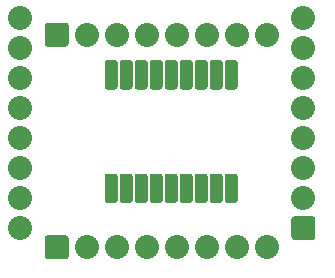
<source format=gbs>
%TF.GenerationSoftware,KiCad,Pcbnew,5.1.10*%
%TF.CreationDate,2021-11-10T14:40:26-05:00*%
%TF.ProjectId,panel_8x8_32mm,70616e65-6c5f-4387-9838-5f33326d6d2e,rev?*%
%TF.SameCoordinates,Original*%
%TF.FileFunction,Soldermask,Bot*%
%TF.FilePolarity,Negative*%
%FSLAX46Y46*%
G04 Gerber Fmt 4.6, Leading zero omitted, Abs format (unit mm)*
G04 Created by KiCad (PCBNEW 5.1.10) date 2021-11-10 14:40:26*
%MOMM*%
%LPD*%
G01*
G04 APERTURE LIST*
%ADD10C,2.032000*%
G04 APERTURE END LIST*
D10*
%TO.C,MATRIX1*%
X104000300Y-75105260D03*
X104000300Y-77645260D03*
X104000300Y-80185260D03*
X104000300Y-82725260D03*
X104000300Y-85265260D03*
X104000300Y-87805260D03*
X104000300Y-90345260D03*
X104000300Y-92885260D03*
G36*
G01*
X126984760Y-93647260D02*
X126984760Y-92123260D01*
G75*
G02*
X127238760Y-91869260I254000J0D01*
G01*
X128762760Y-91869260D01*
G75*
G02*
X129016760Y-92123260I0J-254000D01*
G01*
X129016760Y-93647260D01*
G75*
G02*
X128762760Y-93901260I-254000J0D01*
G01*
X127238760Y-93901260D01*
G75*
G02*
X126984760Y-93647260I0J254000D01*
G01*
G37*
X128000760Y-90345260D03*
X128000760Y-87805260D03*
X128000760Y-85265260D03*
X128000760Y-82725260D03*
X128000760Y-80185260D03*
X128000760Y-77645260D03*
X128000760Y-75105260D03*
%TD*%
%TO.C,P1*%
G36*
G01*
X106093260Y-77261720D02*
X106093260Y-75737720D01*
G75*
G02*
X106347260Y-75483720I254000J0D01*
G01*
X107871260Y-75483720D01*
G75*
G02*
X108125260Y-75737720I0J-254000D01*
G01*
X108125260Y-77261720D01*
G75*
G02*
X107871260Y-77515720I-254000J0D01*
G01*
X106347260Y-77515720D01*
G75*
G02*
X106093260Y-77261720I0J254000D01*
G01*
G37*
X109649260Y-76499720D03*
X112189260Y-76499720D03*
X114729260Y-76499720D03*
X117269260Y-76499720D03*
X119809260Y-76499720D03*
X122349260Y-76499720D03*
X124889260Y-76499720D03*
%TD*%
%TO.C,P2*%
G36*
G01*
X106093260Y-95262700D02*
X106093260Y-93738700D01*
G75*
G02*
X106347260Y-93484700I254000J0D01*
G01*
X107871260Y-93484700D01*
G75*
G02*
X108125260Y-93738700I0J-254000D01*
G01*
X108125260Y-95262700D01*
G75*
G02*
X107871260Y-95516700I-254000J0D01*
G01*
X106347260Y-95516700D01*
G75*
G02*
X106093260Y-95262700I0J254000D01*
G01*
G37*
X109649260Y-94500700D03*
X112189260Y-94500700D03*
X114729260Y-94500700D03*
X117269260Y-94500700D03*
X119809260Y-94500700D03*
X122349260Y-94500700D03*
X124889260Y-94500700D03*
%TD*%
%TO.C,U1*%
G36*
G01*
X122433080Y-88510110D02*
X122433080Y-90509090D01*
G75*
G02*
X122179080Y-90763090I-254000J0D01*
G01*
X121579640Y-90763090D01*
G75*
G02*
X121325640Y-90509090I0J254000D01*
G01*
X121325640Y-88510110D01*
G75*
G02*
X121579640Y-88256110I254000J0D01*
G01*
X122179080Y-88256110D01*
G75*
G02*
X122433080Y-88510110I0J-254000D01*
G01*
G37*
G36*
G01*
X121163080Y-88510110D02*
X121163080Y-90509090D01*
G75*
G02*
X120909080Y-90763090I-254000J0D01*
G01*
X120309640Y-90763090D01*
G75*
G02*
X120055640Y-90509090I0J254000D01*
G01*
X120055640Y-88510110D01*
G75*
G02*
X120309640Y-88256110I254000J0D01*
G01*
X120909080Y-88256110D01*
G75*
G02*
X121163080Y-88510110I0J-254000D01*
G01*
G37*
G36*
G01*
X119893080Y-88510110D02*
X119893080Y-90509090D01*
G75*
G02*
X119639080Y-90763090I-254000J0D01*
G01*
X119039640Y-90763090D01*
G75*
G02*
X118785640Y-90509090I0J254000D01*
G01*
X118785640Y-88510110D01*
G75*
G02*
X119039640Y-88256110I254000J0D01*
G01*
X119639080Y-88256110D01*
G75*
G02*
X119893080Y-88510110I0J-254000D01*
G01*
G37*
G36*
G01*
X118623080Y-88510110D02*
X118623080Y-90509090D01*
G75*
G02*
X118369080Y-90763090I-254000J0D01*
G01*
X117769640Y-90763090D01*
G75*
G02*
X117515640Y-90509090I0J254000D01*
G01*
X117515640Y-88510110D01*
G75*
G02*
X117769640Y-88256110I254000J0D01*
G01*
X118369080Y-88256110D01*
G75*
G02*
X118623080Y-88510110I0J-254000D01*
G01*
G37*
G36*
G01*
X117353080Y-88510110D02*
X117353080Y-90509090D01*
G75*
G02*
X117099080Y-90763090I-254000J0D01*
G01*
X116499640Y-90763090D01*
G75*
G02*
X116245640Y-90509090I0J254000D01*
G01*
X116245640Y-88510110D01*
G75*
G02*
X116499640Y-88256110I254000J0D01*
G01*
X117099080Y-88256110D01*
G75*
G02*
X117353080Y-88510110I0J-254000D01*
G01*
G37*
G36*
G01*
X116083080Y-88510110D02*
X116083080Y-90509090D01*
G75*
G02*
X115829080Y-90763090I-254000J0D01*
G01*
X115229640Y-90763090D01*
G75*
G02*
X114975640Y-90509090I0J254000D01*
G01*
X114975640Y-88510110D01*
G75*
G02*
X115229640Y-88256110I254000J0D01*
G01*
X115829080Y-88256110D01*
G75*
G02*
X116083080Y-88510110I0J-254000D01*
G01*
G37*
G36*
G01*
X114813080Y-88510110D02*
X114813080Y-90509090D01*
G75*
G02*
X114559080Y-90763090I-254000J0D01*
G01*
X113959640Y-90763090D01*
G75*
G02*
X113705640Y-90509090I0J254000D01*
G01*
X113705640Y-88510110D01*
G75*
G02*
X113959640Y-88256110I254000J0D01*
G01*
X114559080Y-88256110D01*
G75*
G02*
X114813080Y-88510110I0J-254000D01*
G01*
G37*
G36*
G01*
X113543080Y-88510110D02*
X113543080Y-90509090D01*
G75*
G02*
X113289080Y-90763090I-254000J0D01*
G01*
X112689640Y-90763090D01*
G75*
G02*
X112435640Y-90509090I0J254000D01*
G01*
X112435640Y-88510110D01*
G75*
G02*
X112689640Y-88256110I254000J0D01*
G01*
X113289080Y-88256110D01*
G75*
G02*
X113543080Y-88510110I0J-254000D01*
G01*
G37*
G36*
G01*
X112273080Y-88510110D02*
X112273080Y-90509090D01*
G75*
G02*
X112019080Y-90763090I-254000J0D01*
G01*
X111419640Y-90763090D01*
G75*
G02*
X111165640Y-90509090I0J254000D01*
G01*
X111165640Y-88510110D01*
G75*
G02*
X111419640Y-88256110I254000J0D01*
G01*
X112019080Y-88256110D01*
G75*
G02*
X112273080Y-88510110I0J-254000D01*
G01*
G37*
G36*
G01*
X122433080Y-78888590D02*
X122433080Y-80887570D01*
G75*
G02*
X122179080Y-81141570I-254000J0D01*
G01*
X121579640Y-81141570D01*
G75*
G02*
X121325640Y-80887570I0J254000D01*
G01*
X121325640Y-78888590D01*
G75*
G02*
X121579640Y-78634590I254000J0D01*
G01*
X122179080Y-78634590D01*
G75*
G02*
X122433080Y-78888590I0J-254000D01*
G01*
G37*
G36*
G01*
X121163080Y-78888590D02*
X121163080Y-80887570D01*
G75*
G02*
X120909080Y-81141570I-254000J0D01*
G01*
X120309640Y-81141570D01*
G75*
G02*
X120055640Y-80887570I0J254000D01*
G01*
X120055640Y-78888590D01*
G75*
G02*
X120309640Y-78634590I254000J0D01*
G01*
X120909080Y-78634590D01*
G75*
G02*
X121163080Y-78888590I0J-254000D01*
G01*
G37*
G36*
G01*
X119893080Y-78888590D02*
X119893080Y-80887570D01*
G75*
G02*
X119639080Y-81141570I-254000J0D01*
G01*
X119039640Y-81141570D01*
G75*
G02*
X118785640Y-80887570I0J254000D01*
G01*
X118785640Y-78888590D01*
G75*
G02*
X119039640Y-78634590I254000J0D01*
G01*
X119639080Y-78634590D01*
G75*
G02*
X119893080Y-78888590I0J-254000D01*
G01*
G37*
G36*
G01*
X118623080Y-78888590D02*
X118623080Y-80887570D01*
G75*
G02*
X118369080Y-81141570I-254000J0D01*
G01*
X117769640Y-81141570D01*
G75*
G02*
X117515640Y-80887570I0J254000D01*
G01*
X117515640Y-78888590D01*
G75*
G02*
X117769640Y-78634590I254000J0D01*
G01*
X118369080Y-78634590D01*
G75*
G02*
X118623080Y-78888590I0J-254000D01*
G01*
G37*
G36*
G01*
X117353080Y-78888590D02*
X117353080Y-80887570D01*
G75*
G02*
X117099080Y-81141570I-254000J0D01*
G01*
X116499640Y-81141570D01*
G75*
G02*
X116245640Y-80887570I0J254000D01*
G01*
X116245640Y-78888590D01*
G75*
G02*
X116499640Y-78634590I254000J0D01*
G01*
X117099080Y-78634590D01*
G75*
G02*
X117353080Y-78888590I0J-254000D01*
G01*
G37*
G36*
G01*
X116083080Y-78888590D02*
X116083080Y-80887570D01*
G75*
G02*
X115829080Y-81141570I-254000J0D01*
G01*
X115229640Y-81141570D01*
G75*
G02*
X114975640Y-80887570I0J254000D01*
G01*
X114975640Y-78888590D01*
G75*
G02*
X115229640Y-78634590I254000J0D01*
G01*
X115829080Y-78634590D01*
G75*
G02*
X116083080Y-78888590I0J-254000D01*
G01*
G37*
G36*
G01*
X114813080Y-78888590D02*
X114813080Y-80887570D01*
G75*
G02*
X114559080Y-81141570I-254000J0D01*
G01*
X113959640Y-81141570D01*
G75*
G02*
X113705640Y-80887570I0J254000D01*
G01*
X113705640Y-78888590D01*
G75*
G02*
X113959640Y-78634590I254000J0D01*
G01*
X114559080Y-78634590D01*
G75*
G02*
X114813080Y-78888590I0J-254000D01*
G01*
G37*
G36*
G01*
X113543080Y-78888590D02*
X113543080Y-80887570D01*
G75*
G02*
X113289080Y-81141570I-254000J0D01*
G01*
X112689640Y-81141570D01*
G75*
G02*
X112435640Y-80887570I0J254000D01*
G01*
X112435640Y-78888590D01*
G75*
G02*
X112689640Y-78634590I254000J0D01*
G01*
X113289080Y-78634590D01*
G75*
G02*
X113543080Y-78888590I0J-254000D01*
G01*
G37*
G36*
G01*
X112273080Y-78888590D02*
X112273080Y-80887570D01*
G75*
G02*
X112019080Y-81141570I-254000J0D01*
G01*
X111419640Y-81141570D01*
G75*
G02*
X111165640Y-80887570I0J254000D01*
G01*
X111165640Y-78888590D01*
G75*
G02*
X111419640Y-78634590I254000J0D01*
G01*
X112019080Y-78634590D01*
G75*
G02*
X112273080Y-78888590I0J-254000D01*
G01*
G37*
%TD*%
M02*

</source>
